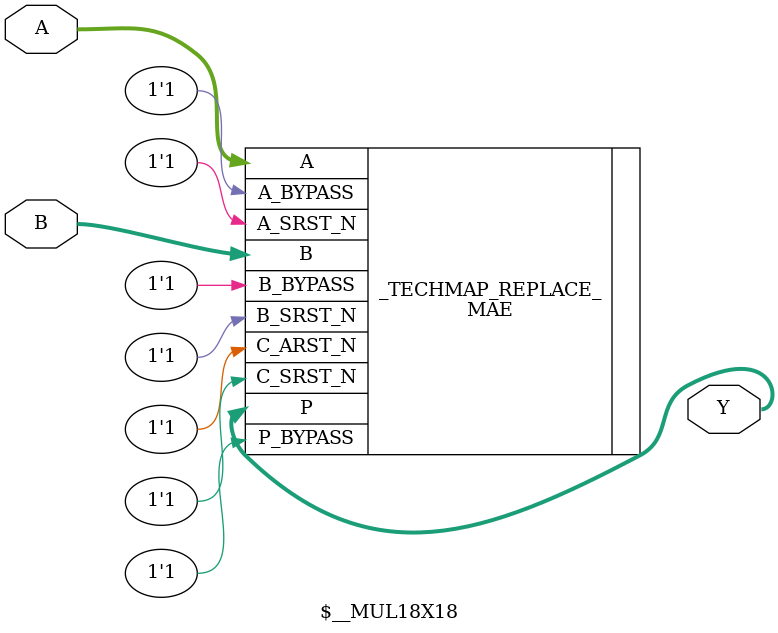
<source format=v>
module \$__MUL18X18
  #(
	parameter A_SIGNED = 0,
	parameter B_SIGNED = 0,
	parameter A_WIDTH = 0,
	parameter B_WIDTH = 0,
	parameter Y_WIDTH = 0
  ) 
    (
		input [A_WIDTH-1:0] A,
		input [B_WIDTH-1:0] B,
		output [Y_WIDTH-1:0] Y
	);


	// wire [Y_WIDTH-1:0] OUT;

	MAE #(
		.BYPASS_A(1'b0),
		.BYPASS_B(1'b0),
		.BYPASS_C(1'b0),
		.BYPASS_P(1'b0)
 	)
 _TECHMAP_REPLACE_ (
		.A(A),
		.A_BYPASS(1'b1),
		.B(B),
		.B_BYPASS(1'b1),
		// .C(48'b0),  // this being uncommented leads to regio not working? detects constant chunks
		// .C_BYPASS(1'b1),
		.P(Y),  // rename Y
		.P_BYPASS(1'b1), // rename Y_BYPASS
		
		.A_SRST_N(1'b1),
		.B_SRST_N(1'b1),
		.C_SRST_N(1'b1),
		.C_ARST_N(1'b1),
		// todo:
		// clk
		// resetn ()
	);
	// assign Y = OUT;
endmodule

</source>
